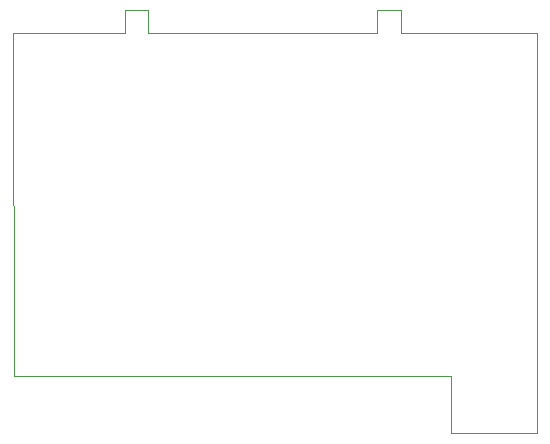
<source format=gbr>
%TF.GenerationSoftware,KiCad,Pcbnew,6.0.6-1.fc35*%
%TF.CreationDate,2022-07-26T21:01:35+02:00*%
%TF.ProjectId,Nixiewatch,4e697869-6577-4617-9463-682e6b696361,rev?*%
%TF.SameCoordinates,Original*%
%TF.FileFunction,Profile,NP*%
%FSLAX46Y46*%
G04 Gerber Fmt 4.6, Leading zero omitted, Abs format (unit mm)*
G04 Created by KiCad (PCBNEW 6.0.6-1.fc35) date 2022-07-26 21:01:35*
%MOMM*%
%LPD*%
G01*
G04 APERTURE LIST*
%TA.AperFunction,Profile*%
%ADD10C,0.050000*%
%TD*%
G04 APERTURE END LIST*
D10*
X69099900Y-62496600D02*
X69074500Y-33500000D01*
X106100000Y-62500000D02*
X69099900Y-62496600D01*
X78500000Y-33500000D02*
X69074500Y-33500000D01*
X113400000Y-67334500D02*
X113400000Y-62500000D01*
X106100000Y-67334500D02*
X106100000Y-62500000D01*
X80500000Y-33500000D02*
X99884500Y-33500000D01*
X80500000Y-31534500D02*
X80500000Y-33500000D01*
X78500000Y-31534500D02*
X80500000Y-31534500D01*
X99884500Y-31534500D02*
X101884500Y-31534500D01*
X99884500Y-33500000D02*
X99884500Y-31534500D01*
X106100000Y-67334500D02*
X113400000Y-67334500D01*
X113400000Y-33500000D02*
X101884500Y-33500000D01*
X78500000Y-31534500D02*
X78500000Y-33500000D01*
X101884500Y-33500000D02*
X101884500Y-31534500D01*
X113400000Y-33500000D02*
X113400000Y-62500000D01*
M02*

</source>
